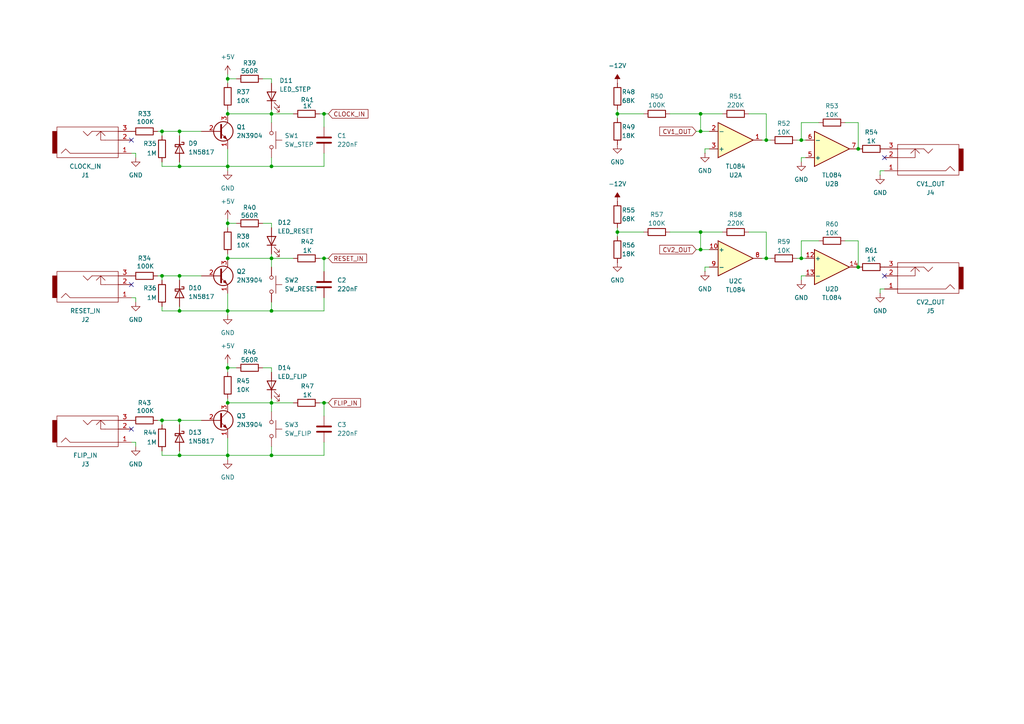
<source format=kicad_sch>
(kicad_sch (version 20231120) (generator "eeschema") (generator_version "8.0")
  (paper "A4")
  (lib_symbols
    (symbol "Amplifier_Operational:TL084" (pin_names (offset 0.127))
      (property "Reference" "U" (at 0 5.08 0))
      (property "Value" "TL084" (at 0 -5.08 0))
      (symbol "TL084_1_1"
        (polyline (pts (xy -5.08 5.08) (xy 5.08 0) (xy -5.08 -5.08) (xy -5.08 5.08)) (stroke (width 0.254)) (fill (type background)))
        (pin output line (at 7.62 0 180) (length 2.54) (name "~") (number "1"))
        (pin input line (at -7.62 -2.54 0) (length 2.54) (name "-") (number "2"))
        (pin input line (at -7.62 2.54 0) (length 2.54) (name "+") (number "3"))
      )
      (symbol "TL084_2_1"
        (polyline (pts (xy -5.08 5.08) (xy 5.08 0) (xy -5.08 -5.08) (xy -5.08 5.08)) (stroke (width 0.254)) (fill (type background)))
        (pin input line (at -7.62 2.54 0) (length 2.54) (name "+") (number "5"))
        (pin input line (at -7.62 -2.54 0) (length 2.54) (name "-") (number "6"))
        (pin output line (at 7.62 0 180) (length 2.54) (name "~") (number "7"))
      )
      (symbol "TL084_3_1"
        (polyline (pts (xy -5.08 5.08) (xy 5.08 0) (xy -5.08 -5.08) (xy -5.08 5.08)) (stroke (width 0.254)) (fill (type background)))
        (pin input line (at -7.62 2.54 0) (length 2.54) (name "+") (number "10"))
        (pin output line (at 7.62 0 180) (length 2.54) (name "~") (number "8"))
        (pin input line (at -7.62 -2.54 0) (length 2.54) (name "-") (number "9"))
      )
      (symbol "TL084_4_1"
        (polyline (pts (xy -5.08 5.08) (xy 5.08 0) (xy -5.08 -5.08) (xy -5.08 5.08)) (stroke (width 0.254)) (fill (type background)))
        (pin input line (at -7.62 2.54 0) (length 2.54) (name "+") (number "12"))
        (pin input line (at -7.62 -2.54 0) (length 2.54) (name "-") (number "13"))
        (pin output line (at 7.62 0 180) (length 2.54) (name "~") (number "14"))
      )
      (symbol "TL084_5_1"
        (pin power_in line (at -2.54 -7.62 90) (length 3.81) (name "V-") (number "11"))
        (pin power_in line (at -2.54 7.62 270) (length 3.81) (name "V+") (number "4"))
      )
    )
    (symbol "Device:C" (pin_numbers hide) (pin_names (offset 0.254))
      (property "Reference" "C" (at 0.635 2.54 0))
      (property "Value" "C" (at 0.635 -2.54 0))
      (symbol "C_0_1"
        (polyline (pts (xy -2.032 -0.762) (xy 2.032 -0.762)) (stroke (width 0.508)))
        (polyline (pts (xy -2.032 0.762) (xy 2.032 0.762)) (stroke (width 0.508)))
      )
      (symbol "C_1_1"
        (pin passive line (at 0 3.81 270) (length 2.794) (name "~") (number "1"))
        (pin passive line (at 0 -3.81 90) (length 2.794) (name "~") (number "2"))
      )
    )
    (symbol "Device:D_Schottky" (pin_numbers hide) (pin_names (offset 1.016) hide)
      (property "Reference" "D" (at 0 2.54 0))
      (property "Value" "D_Schottky" (at 0 -2.54 0))
      (symbol "D_Schottky_0_1"
        (polyline (pts (xy 1.27 0) (xy -1.27 0)))
        (polyline (pts (xy 1.27 1.27) (xy 1.27 -1.27) (xy -1.27 0) (xy 1.27 1.27)) (stroke (width 0.254)))
        (polyline (pts (xy -1.905 0.635) (xy -1.905 1.27) (xy -1.27 1.27) (xy -1.27 -1.27) (xy -0.635 -1.27) (xy -0.635 -0.635)) (stroke (width 0.254)))
      )
      (symbol "D_Schottky_1_1"
        (pin passive line (at -3.81 0 0) (length 2.54) (name "K") (number "1"))
        (pin passive line (at 3.81 0 180) (length 2.54) (name "A") (number "2"))
      )
    )
    (symbol "Device:LED" (pin_numbers hide) (pin_names (offset 1.016) hide)
      (property "Reference" "D" (at 0 2.54 0))
      (property "Value" "LED" (at 0 -2.54 0))
      (symbol "LED_0_1"
        (polyline (pts (xy -1.27 -1.27) (xy -1.27 1.27)) (stroke (width 0.254)))
        (polyline (pts (xy -1.27 0) (xy 1.27 0)))
        (polyline (pts (xy 1.27 -1.27) (xy 1.27 1.27) (xy -1.27 0) (xy 1.27 -1.27)) (stroke (width 0.254)))
        (polyline (pts (xy -3.048 -0.762) (xy -4.572 -2.286) (xy -3.81 -2.286) (xy -4.572 -2.286) (xy -4.572 -1.524)))
        (polyline (pts (xy -1.778 -0.762) (xy -3.302 -2.286) (xy -2.54 -2.286) (xy -3.302 -2.286) (xy -3.302 -1.524)))
      )
      (symbol "LED_1_1"
        (pin passive line (at -3.81 0 0) (length 2.54) (name "K") (number "1"))
        (pin passive line (at 3.81 0 180) (length 2.54) (name "A") (number "2"))
      )
    )
    (symbol "Device:R" (pin_numbers hide) (pin_names (offset 0))
      (property "Reference" "R" (at 2.032 0 90))
      (property "Value" "R" (at 0 0 90))
      (symbol "R_0_1"
        (rectangle (start -1.016 -2.54) (end 1.016 2.54) (stroke (width 0.254)))
      )
      (symbol "R_1_1"
        (pin passive line (at 0 3.81 270) (length 1.27) (name "~") (number "1"))
        (pin passive line (at 0 -3.81 90) (length 1.27) (name "~") (number "2"))
      )
    )
    (symbol "Switch:SW_Push" (pin_numbers hide) (pin_names (offset 1.016) hide)
      (property "Reference" "SW" (at 1.27 2.54 0))
      (property "Value" "SW_Push" (at 0 -1.524 0))
      (symbol "SW_Push_0_1"
        (circle (center -2.032 0) (radius 0.508))
        (polyline (pts (xy 0 1.27) (xy 0 3.048)))
        (polyline (pts (xy 2.54 1.27) (xy -2.54 1.27)))
        (circle (center 2.032 0) (radius 0.508))
        (pin passive line (at -5.08 0 0) (length 2.54) (name "1") (number "1"))
        (pin passive line (at 5.08 0 180) (length 2.54) (name "2") (number "2"))
      )
    )
    (symbol "Transistor_BJT:2N3904" (pin_names (offset 0) hide)
      (property "Reference" "Q" (at 5.08 1.905 0))
      (property "Value" "2N3904" (at 5.08 0 0))
      (symbol "2N3904_0_1"
        (polyline (pts (xy 0.635 0.635) (xy 2.54 2.54)))
        (polyline (pts (xy 0.635 -0.635) (xy 2.54 -2.54) (xy 2.54 -2.54)))
        (polyline (pts (xy 0.635 1.905) (xy 0.635 -1.905) (xy 0.635 -1.905)) (stroke (width 0.508)))
        (polyline (pts (xy 1.27 -1.778) (xy 1.778 -1.27) (xy 2.286 -2.286) (xy 1.27 -1.778) (xy 1.27 -1.778)) (fill (type outline)))
        (circle (center 1.27 0) (radius 2.8194) (stroke (width 0.254)))
      )
      (symbol "2N3904_1_1"
        (pin passive line (at 2.54 -5.08 90) (length 2.54) (name "E") (number "1"))
        (pin passive line (at -5.08 0 0) (length 5.715) (name "B") (number "2"))
        (pin passive line (at 2.54 5.08 270) (length 2.54) (name "C") (number "3"))
      )
    )
    (symbol "eurocad:PJ301M-12" (pin_names (offset 1.016))
      (property "Reference" "J" (at -8.89 -5.08 0))
      (property "Value" "PJ301M-12" (at -3.81 6.35 0))
      (symbol "PJ301M-12_0_1"
        (rectangle (start -11.43 3.81) (end -10.16 -2.54) (fill (type outline)))
        (polyline (pts (xy 3.81 0) (xy 7.62 0) (xy 7.62 0)))
        (polyline (pts (xy 0 -2.54) (xy -1.27 -1.27) (xy -2.54 -2.54) (xy -2.54 -2.54)))
        (polyline (pts (xy 0 -2.54) (xy 7.62 -2.54) (xy 7.62 -2.54) (xy 7.62 -2.54)))
        (polyline (pts (xy 1.27 -1.27) (xy 2.54 -2.54) (xy 3.81 -1.27) (xy 3.81 -1.27)))
        (polyline (pts (xy 3.81 0) (xy 2.54 0) (xy 2.54 -2.54) (xy 2.54 -2.54)))
        (polyline (pts (xy 7.62 3.81) (xy -6.35 3.81) (xy -7.62 2.54) (xy -8.89 3.81) (xy -8.89 3.81)))
        (rectangle (start 7.62 -3.81) (end -10.16 5.08))
      )
      (symbol "PJ301M-12_1_1"
        (pin passive line (at 11.43 3.81 180) (length 3.81) (name "~") (number "1"))
        (pin passive line (at 11.43 0 180) (length 3.81) (name "~") (number "2"))
        (pin passive line (at 11.43 -2.54 180) (length 3.81) (name "~") (number "3"))
      )
    )
    (symbol "power:+5V" (power) (pin_numbers hide) (pin_names (offset 0) hide)
      (property "Value" "+5V" (at 0 3.556 0))
      (symbol "+5V_0_1"
        (polyline (pts (xy -0.762 1.27) (xy 0 2.54)))
        (polyline (pts (xy 0 0) (xy 0 2.54)))
        (polyline (pts (xy 0 2.54) (xy 0.762 1.27)))
      )
      (symbol "+5V_1_1"
        (pin power_in line (at 0 0 90) (length 0) (name "~") (number "1"))
      )
    )
    (symbol "power:-12V" (power) (pin_numbers hide) (pin_names (offset 0) hide)
      (property "Value" "-12V" (at 0 3.556 0))
      (symbol "-12V_0_0"
        (pin power_in line (at 0 0 90) (length 0) (name "~") (number "1"))
      )
      (symbol "-12V_0_1"
        (polyline (pts (xy 0 0) (xy 0 1.27) (xy 0.762 1.27) (xy 0 2.54) (xy -0.762 1.27) (xy 0 1.27)) (fill (type outline)))
      )
    )
    (symbol "power:GND" (power) (pin_numbers hide) (pin_names (offset 0) hide)
      (property "Value" "GND" (at 0 -3.81 0))
      (symbol "GND_0_1"
        (polyline (pts (xy 0 0) (xy 0 -1.27) (xy 1.27 -1.27) (xy 0 -2.54) (xy -1.27 -1.27) (xy 0 -1.27)))
      )
      (symbol "GND_1_1"
        (pin power_in line (at 0 0 270) (length 0) (name "~") (number "1"))
      )
    )
  )
  (junction (at 78.74 116.84))
  (junction (at 66.04 132.08))
  (junction (at 52.07 132.08))
  (junction (at 232.41 40.64))
  (junction (at 66.04 106.68))
  (junction (at 203.2 72.39))
  (junction (at 66.04 64.77))
  (junction (at 93.98 116.84))
  (junction (at 52.07 80.01))
  (junction (at 222.25 74.93))
  (junction (at 52.07 90.17))
  (junction (at 66.04 90.17))
  (junction (at 78.74 74.93))
  (junction (at 66.04 74.93))
  (junction (at 203.2 67.31))
  (junction (at 93.98 33.02))
  (junction (at 66.04 48.26))
  (junction (at 179.07 67.31))
  (junction (at 66.04 22.86))
  (junction (at 222.25 40.64))
  (junction (at 46.99 38.1))
  (junction (at 78.74 48.26))
  (junction (at 203.2 33.02))
  (junction (at 78.74 90.17))
  (junction (at 52.07 38.1))
  (junction (at 78.74 33.02))
  (junction (at 179.07 33.02))
  (junction (at 93.98 74.93))
  (junction (at 46.99 121.92))
  (junction (at 248.92 77.47))
  (junction (at 78.74 132.08))
  (junction (at 66.04 116.84))
  (junction (at 248.92 43.18))
  (junction (at 46.99 80.01))
  (junction (at 232.41 74.93))
  (junction (at 66.04 33.02))
  (junction (at 52.07 48.26))
  (junction (at 52.07 121.92))
  (junction (at 203.2 38.1))
  (no_connect (at 38.1 40.64))
  (no_connect (at 38.1 124.46))
  (no_connect (at 256.54 80.01))
  (no_connect (at 38.1 82.55))
  (no_connect (at 256.54 45.72))
  (wire (pts (xy 46.99 38.1) (xy 46.99 39.37)))
  (wire (pts (xy 66.04 90.17) (xy 66.04 91.44)))
  (wire (pts (xy 93.98 33.02) (xy 95.25 33.02)))
  (wire (pts (xy 66.04 132.08) (xy 66.04 133.35)))
  (wire (pts (xy 78.74 31.75) (xy 78.74 33.02)))
  (wire (pts (xy 232.41 69.85) (xy 237.49 69.85)))
  (wire (pts (xy 66.04 43.18) (xy 66.04 48.26)))
  (wire (pts (xy 93.98 44.45) (xy 93.98 48.26)))
  (wire (pts (xy 222.25 74.93) (xy 223.52 74.93)))
  (wire (pts (xy 46.99 90.17) (xy 52.07 90.17)))
  (wire (pts (xy 66.04 127) (xy 66.04 132.08)))
  (wire (pts (xy 66.04 31.75) (xy 66.04 33.02)))
  (wire (pts (xy 78.74 48.26) (xy 66.04 48.26)))
  (wire (pts (xy 66.04 64.77) (xy 68.58 64.77)))
  (wire (pts (xy 46.99 80.01) (xy 46.99 81.28)))
  (wire (pts (xy 46.99 132.08) (xy 52.07 132.08)))
  (wire (pts (xy 66.04 48.26) (xy 66.04 49.53)))
  (wire (pts (xy 245.11 69.85) (xy 248.92 69.85)))
  (wire (pts (xy 46.99 88.9) (xy 46.99 90.17)))
  (wire (pts (xy 232.41 45.72) (xy 232.41 46.99)))
  (wire (pts (xy 39.37 86.36) (xy 39.37 87.63)))
  (wire (pts (xy 179.07 67.31) (xy 186.69 67.31)))
  (wire (pts (xy 52.07 38.1) (xy 52.07 39.37)))
  (wire (pts (xy 93.98 33.02) (xy 93.98 36.83)))
  (wire (pts (xy 66.04 106.68) (xy 66.04 107.95)))
  (wire (pts (xy 93.98 116.84) (xy 93.98 120.65)))
  (wire (pts (xy 66.04 33.02) (xy 78.74 33.02)))
  (wire (pts (xy 93.98 74.93) (xy 95.25 74.93)))
  (wire (pts (xy 93.98 128.27) (xy 93.98 132.08)))
  (wire (pts (xy 179.07 33.02) (xy 179.07 34.29)))
  (wire (pts (xy 255.27 49.53) (xy 255.27 50.8)))
  (wire (pts (xy 66.04 74.93) (xy 78.74 74.93)))
  (wire (pts (xy 203.2 38.1) (xy 205.74 38.1)))
  (wire (pts (xy 92.71 33.02) (xy 93.98 33.02)))
  (wire (pts (xy 45.72 80.01) (xy 46.99 80.01)))
  (wire (pts (xy 255.27 83.82) (xy 255.27 85.09)))
  (wire (pts (xy 203.2 72.39) (xy 203.2 67.31)))
  (wire (pts (xy 66.04 21.59) (xy 66.04 22.86)))
  (wire (pts (xy 248.92 35.56) (xy 248.92 43.18)))
  (wire (pts (xy 52.07 80.01) (xy 58.42 80.01)))
  (wire (pts (xy 232.41 80.01) (xy 232.41 81.28)))
  (wire (pts (xy 232.41 35.56) (xy 237.49 35.56)))
  (wire (pts (xy 204.47 77.47) (xy 204.47 78.74)))
  (wire (pts (xy 66.04 106.68) (xy 68.58 106.68)))
  (wire (pts (xy 52.07 130.81) (xy 52.07 132.08)))
  (wire (pts (xy 78.74 45.72) (xy 78.74 48.26)))
  (wire (pts (xy 205.74 77.47) (xy 204.47 77.47)))
  (wire (pts (xy 233.68 80.01) (xy 232.41 80.01)))
  (wire (pts (xy 39.37 128.27) (xy 39.37 129.54)))
  (wire (pts (xy 52.07 88.9) (xy 52.07 90.17)))
  (wire (pts (xy 232.41 74.93) (xy 232.41 69.85)))
  (wire (pts (xy 78.74 116.84) (xy 85.09 116.84)))
  (wire (pts (xy 78.74 115.57) (xy 78.74 116.84)))
  (wire (pts (xy 222.25 40.64) (xy 223.52 40.64)))
  (wire (pts (xy 232.41 40.64) (xy 233.68 40.64)))
  (wire (pts (xy 78.74 73.66) (xy 78.74 74.93)))
  (wire (pts (xy 179.07 31.75) (xy 179.07 33.02)))
  (wire (pts (xy 203.2 72.39) (xy 205.74 72.39)))
  (wire (pts (xy 78.74 129.54) (xy 78.74 132.08)))
  (wire (pts (xy 179.07 66.04) (xy 179.07 67.31)))
  (wire (pts (xy 78.74 22.86) (xy 78.74 24.13)))
  (wire (pts (xy 256.54 49.53) (xy 255.27 49.53)))
  (wire (pts (xy 66.04 85.09) (xy 66.04 90.17)))
  (wire (pts (xy 52.07 121.92) (xy 58.42 121.92)))
  (wire (pts (xy 232.41 74.93) (xy 233.68 74.93)))
  (wire (pts (xy 66.04 73.66) (xy 66.04 74.93)))
  (wire (pts (xy 233.68 45.72) (xy 232.41 45.72)))
  (wire (pts (xy 78.74 33.02) (xy 78.74 35.56)))
  (wire (pts (xy 248.92 69.85) (xy 248.92 77.47)))
  (wire (pts (xy 52.07 121.92) (xy 52.07 123.19)))
  (wire (pts (xy 194.31 67.31) (xy 203.2 67.31)))
  (wire (pts (xy 66.04 115.57) (xy 66.04 116.84)))
  (wire (pts (xy 46.99 121.92) (xy 46.99 123.19)))
  (wire (pts (xy 45.72 38.1) (xy 46.99 38.1)))
  (wire (pts (xy 78.74 33.02) (xy 85.09 33.02)))
  (wire (pts (xy 93.98 132.08) (xy 78.74 132.08)))
  (wire (pts (xy 179.07 33.02) (xy 186.69 33.02)))
  (wire (pts (xy 92.71 74.93) (xy 93.98 74.93)))
  (wire (pts (xy 46.99 130.81) (xy 46.99 132.08)))
  (wire (pts (xy 78.74 87.63) (xy 78.74 90.17)))
  (wire (pts (xy 52.07 48.26) (xy 66.04 48.26)))
  (wire (pts (xy 78.74 116.84) (xy 78.74 119.38)))
  (wire (pts (xy 46.99 121.92) (xy 52.07 121.92)))
  (wire (pts (xy 93.98 116.84) (xy 95.25 116.84)))
  (wire (pts (xy 46.99 38.1) (xy 52.07 38.1)))
  (wire (pts (xy 203.2 33.02) (xy 209.55 33.02)))
  (wire (pts (xy 93.98 90.17) (xy 78.74 90.17)))
  (wire (pts (xy 93.98 86.36) (xy 93.98 90.17)))
  (wire (pts (xy 46.99 46.99) (xy 46.99 48.26)))
  (wire (pts (xy 66.04 64.77) (xy 66.04 66.04)))
  (wire (pts (xy 38.1 44.45) (xy 39.37 44.45)))
  (wire (pts (xy 256.54 83.82) (xy 255.27 83.82)))
  (wire (pts (xy 179.07 67.31) (xy 179.07 68.58)))
  (wire (pts (xy 217.17 33.02) (xy 222.25 33.02)))
  (wire (pts (xy 203.2 38.1) (xy 203.2 33.02)))
  (wire (pts (xy 78.74 64.77) (xy 78.74 66.04)))
  (wire (pts (xy 205.74 43.18) (xy 204.47 43.18)))
  (wire (pts (xy 222.25 33.02) (xy 222.25 40.64)))
  (wire (pts (xy 217.17 67.31) (xy 222.25 67.31)))
  (wire (pts (xy 46.99 80.01) (xy 52.07 80.01)))
  (wire (pts (xy 203.2 67.31) (xy 209.55 67.31)))
  (wire (pts (xy 92.71 116.84) (xy 93.98 116.84)))
  (wire (pts (xy 78.74 74.93) (xy 85.09 74.93)))
  (wire (pts (xy 201.93 38.1) (xy 203.2 38.1)))
  (wire (pts (xy 38.1 128.27) (xy 39.37 128.27)))
  (wire (pts (xy 52.07 132.08) (xy 66.04 132.08)))
  (wire (pts (xy 52.07 46.99) (xy 52.07 48.26)))
  (wire (pts (xy 222.25 67.31) (xy 222.25 74.93)))
  (wire (pts (xy 76.2 106.68) (xy 78.74 106.68)))
  (wire (pts (xy 231.14 74.93) (xy 232.41 74.93)))
  (wire (pts (xy 222.25 40.64) (xy 220.98 40.64)))
  (wire (pts (xy 78.74 74.93) (xy 78.74 77.47)))
  (wire (pts (xy 204.47 43.18) (xy 204.47 44.45)))
  (wire (pts (xy 66.04 22.86) (xy 66.04 24.13)))
  (wire (pts (xy 78.74 106.68) (xy 78.74 107.95)))
  (wire (pts (xy 46.99 48.26) (xy 52.07 48.26)))
  (wire (pts (xy 66.04 116.84) (xy 78.74 116.84)))
  (wire (pts (xy 231.14 40.64) (xy 232.41 40.64)))
  (wire (pts (xy 66.04 63.5) (xy 66.04 64.77)))
  (wire (pts (xy 93.98 48.26) (xy 78.74 48.26)))
  (wire (pts (xy 194.31 33.02) (xy 203.2 33.02)))
  (wire (pts (xy 201.93 72.39) (xy 203.2 72.39)))
  (wire (pts (xy 78.74 90.17) (xy 66.04 90.17)))
  (wire (pts (xy 52.07 38.1) (xy 58.42 38.1)))
  (wire (pts (xy 78.74 132.08) (xy 66.04 132.08)))
  (wire (pts (xy 39.37 44.45) (xy 39.37 45.72)))
  (wire (pts (xy 76.2 22.86) (xy 78.74 22.86)))
  (wire (pts (xy 232.41 40.64) (xy 232.41 35.56)))
  (wire (pts (xy 76.2 64.77) (xy 78.74 64.77)))
  (wire (pts (xy 66.04 22.86) (xy 68.58 22.86)))
  (wire (pts (xy 93.98 74.93) (xy 93.98 78.74)))
  (wire (pts (xy 52.07 90.17) (xy 66.04 90.17)))
  (wire (pts (xy 45.72 121.92) (xy 46.99 121.92)))
  (wire (pts (xy 245.11 35.56) (xy 248.92 35.56)))
  (wire (pts (xy 222.25 74.93) (xy 220.98 74.93)))
  (wire (pts (xy 52.07 80.01) (xy 52.07 81.28)))
  (wire (pts (xy 38.1 86.36) (xy 39.37 86.36)))
  (wire (pts (xy 66.04 105.41) (xy 66.04 106.68)))
  (global_label "CLOCK_IN" (shape input) (at 95.25 33.02 0) (property "Intersheetrefs" "${INTERSHEET_REFS}" (effects (hide yes))))
  (global_label "FLIP_IN" (shape input) (at 95.25 116.84 0) (property "Intersheetrefs" "${INTERSHEET_REFS}" (effects (hide yes))))
  (global_label "CV1_OUT" (shape input) (at 201.93 38.1 180) (property "Intersheetrefs" "${INTERSHEET_REFS}" (effects (hide yes))))
  (global_label "RESET_IN" (shape input) (at 95.25 74.93 0) (property "Intersheetrefs" "${INTERSHEET_REFS}" (effects (hide yes))))
  (global_label "CV2_OUT" (shape input) (at 201.93 72.39 180) (property "Intersheetrefs" "${INTERSHEET_REFS}" (effects (hide yes))))
  (symbol (lib_id "Transistor_BJT:2N3904") (at 63.5 38.1 0) (unit 1)
    (property "Reference" "Q1" (at 68.58 36.8299 0) (effects (justify left)))
    (property "Value" "2N3904" (at 68.58 39.3699 0) (effects (justify left)))
    (property "Footprint" "Package_TO_SOT_THT:TO-92_Inline" (effects (hide yes)))
    (property "Datasheet" "https://www.onsemi.com/pub/Collateral/2N3903-D.PDF" (effects (hide yes)))
    (property "Description" "0.2A Ic, 40V Vce, Small Signal NPN Transistor, TO-92" (effects (hide yes)))
  )
  (symbol (lib_id "Switch:SW_Push") (at 78.74 124.46 270) (unit 1)
    (property "Reference" "SW3" (at 82.55 123.1899 90) (effects (justify left)))
    (property "Value" "SW_FLIP" (at 82.55 125.7299 90) (effects (justify left)))
    (property "Footprint" "Button_Switch_THT:SW_PUSH_6mm" (effects (hide yes)))
    (property "Description" "Push button switch, generic, two pins" (effects (hide yes)))
  )
  (symbol (lib_id "Device:R") (at 66.04 27.94 0) (unit 1)
    (property "Reference" "R37" (at 68.58 26.6699 0) (effects (justify left)))
    (property "Value" "10K" (at 68.58 29.2099 0) (effects (justify left)))
    (property "Footprint" "Resistor_THT:R_Axial_DIN0207_L6.3mm_D2.5mm_P2.54mm_Vertical" (effects (hide yes)))
    (property "Description" "Resistor" (effects (hide yes)))
  )
  (symbol (lib_id "Device:R") (at 190.5 33.02 90) (unit 1)
    (property "Reference" "R50" (at 190.5 27.94 90))
    (property "Value" "100K" (at 190.5 30.48 90))
    (property "Footprint" "Resistor_THT:R_Axial_DIN0207_L6.3mm_D2.5mm_P2.54mm_Vertical" (effects (hide yes)))
    (property "Description" "Resistor" (effects (hide yes)))
  )
  (symbol (lib_id "power:GND") (at 39.37 129.54 0) (unit 1)
    (property "Reference" "#PWR037" (effects (hide yes)))
    (property "Value" "GND" (at 39.37 134.62 0))
    (property "Description" "Power symbol creates a global label with name \"GND\" , ground" (effects (hide yes)))
  )
  (symbol (lib_id "Device:R") (at 66.04 69.85 0) (unit 1)
    (property "Reference" "R38" (at 68.58 68.5799 0) (effects (justify left)))
    (property "Value" "10K" (at 68.58 71.1199 0) (effects (justify left)))
    (property "Footprint" "Resistor_THT:R_Axial_DIN0207_L6.3mm_D2.5mm_P2.54mm_Vertical" (effects (hide yes)))
    (property "Description" "Resistor" (effects (hide yes)))
  )
  (symbol (lib_id "Device:LED") (at 78.74 27.94 90) (unit 1)
    (property "Reference" "D11" (at 81.026 23.368 90) (effects (justify right)))
    (property "Value" "LED_STEP" (at 81.026 25.908 90) (effects (justify right)))
    (property "Footprint" "LED_THT:LED_D5.0mm_Clear" (effects (hide yes)))
    (property "Description" "Light emitting diode" (effects (hide yes)))
  )
  (symbol (lib_id "Device:LED") (at 78.74 69.85 90) (unit 1)
    (property "Reference" "D12" (at 80.518 64.516 90) (effects (justify right)))
    (property "Value" "LED_RESET" (at 80.518 67.056 90) (effects (justify right)))
    (property "Footprint" "LED_THT:LED_D5.0mm_Clear" (effects (hide yes)))
    (property "Description" "Light emitting diode" (effects (hide yes)))
  )
  (symbol (lib_id "Device:R") (at 46.99 85.09 0) (unit 1)
    (property "Reference" "R36" (at 45.466 83.566 0) (effects (justify right)))
    (property "Value" "1M" (at 45.466 86.36 0) (effects (justify right)))
    (property "Footprint" "Resistor_THT:R_Axial_DIN0207_L6.3mm_D2.5mm_P2.54mm_Vertical" (effects (hide yes)))
    (property "Description" "Resistor" (effects (hide yes)))
  )
  (symbol (lib_id "power:-12V") (at 179.07 24.13 0) (unit 1)
    (property "Reference" "#PWR040" (effects (hide yes)))
    (property "Value" "-12V" (at 179.07 19.05 0))
    (property "Description" "Power symbol creates a global label with name \"-12V\"" (effects (hide yes)))
  )
  (symbol (lib_id "power:GND") (at 204.47 44.45 0) (unit 1)
    (property "Reference" "#PWR042" (effects (hide yes)))
    (property "Value" "GND" (at 204.47 49.53 0))
    (property "Description" "Power symbol creates a global label with name \"GND\" , ground" (effects (hide yes)))
  )
  (symbol (lib_id "Amplifier_Operational:TL084") (at 213.36 40.64 0) (mirror x) (unit 1)
    (property "Reference" "U2" (at 213.36 50.8 0))
    (property "Value" "TL084" (at 213.36 48.26 0))
    (property "Footprint" "Package_DIP:DIP-14_W7.62mm_Socket" (effects (hide yes)))
    (property "Datasheet" "http://www.ti.com/lit/ds/symlink/tl081.pdf" (effects (hide yes)))
    (property "Description" "Quad JFET-Input Operational Amplifiers, DIP-14/SOIC-14/SSOP-14" (effects (hide yes)))
  )
  (symbol (lib_id "eurocad:PJ301M-12") (at 26.67 82.55 0) (mirror x) (unit 1)
    (property "Reference" "J2" (at 24.765 92.71 0))
    (property "Value" "RESET_IN" (at 24.765 90.17 0))
    (property "Footprint" "Eurocad:PJ301M-12" (effects (hide yes)))
  )
  (symbol (lib_id "power:GND") (at 255.27 85.09 0) (unit 1)
    (property "Reference" "#PWR049" (effects (hide yes)))
    (property "Value" "GND" (at 255.27 90.17 0))
    (property "Description" "Power symbol creates a global label with name \"GND\" , ground" (effects (hide yes)))
  )
  (symbol (lib_id "power:GND") (at 66.04 49.53 0) (unit 1)
    (property "Reference" "#PWR034" (effects (hide yes)))
    (property "Value" "GND" (at 66.04 54.61 0))
    (property "Description" "Power symbol creates a global label with name \"GND\" , ground" (effects (hide yes)))
  )
  (symbol (lib_id "power:+5V") (at 66.04 105.41 0) (unit 1)
    (property "Reference" "#PWR038" (effects (hide yes)))
    (property "Value" "+5V" (at 66.04 100.33 0))
    (property "Description" "Power symbol creates a global label with name \"+5V\"" (effects (hide yes)))
  )
  (symbol (lib_id "eurocad:PJ301M-12") (at 267.97 80.01 180) (unit 1)
    (property "Reference" "J5" (at 269.875 90.17 0))
    (property "Value" "CV2_OUT" (at 269.875 87.63 0))
    (property "Footprint" "Eurocad:PJ301M-12" (effects (hide yes)))
  )
  (symbol (lib_id "power:GND") (at 204.47 78.74 0) (unit 1)
    (property "Reference" "#PWR047" (effects (hide yes)))
    (property "Value" "GND" (at 204.47 83.82 0))
    (property "Description" "Power symbol creates a global label with name \"GND\" , ground" (effects (hide yes)))
  )
  (symbol (lib_id "Switch:SW_Push") (at 78.74 40.64 270) (unit 1)
    (property "Reference" "SW1" (at 82.55 39.3699 90) (effects (justify left)))
    (property "Value" "SW_STEP" (at 82.55 41.9099 90) (effects (justify left)))
    (property "Footprint" "Button_Switch_THT:SW_PUSH_6mm" (effects (hide yes)))
    (property "Description" "Push button switch, generic, two pins" (effects (hide yes)))
  )
  (symbol (lib_id "Device:R") (at 213.36 33.02 90) (unit 1)
    (property "Reference" "R51" (at 213.36 27.94 90))
    (property "Value" "220K" (at 213.36 30.48 90))
    (property "Footprint" "Resistor_THT:R_Axial_DIN0207_L6.3mm_D2.5mm_P2.54mm_Vertical" (effects (hide yes)))
    (property "Description" "Resistor" (effects (hide yes)))
  )
  (symbol (lib_id "Amplifier_Operational:TL084") (at 213.36 74.93 0) (unit 3)
    (property "Reference" "U2" (at 213.36 81.534 0))
    (property "Value" "TL084" (at 213.36 84.074 0))
    (property "Footprint" "Package_DIP:DIP-14_W7.62mm_Socket" (effects (hide yes)))
    (property "Datasheet" "http://www.ti.com/lit/ds/symlink/tl081.pdf" (effects (hide yes)))
    (property "Description" "Quad JFET-Input Operational Amplifiers, DIP-14/SOIC-14/SSOP-14" (effects (hide yes)))
  )
  (symbol (lib_id "power:GND") (at 39.37 87.63 0) (unit 1)
    (property "Reference" "#PWR024" (effects (hide yes)))
    (property "Value" "GND" (at 39.37 92.71 0))
    (property "Description" "Power symbol creates a global label with name \"GND\" , ground" (effects (hide yes)))
  )
  (symbol (lib_id "Device:R") (at 46.99 127 0) (unit 1)
    (property "Reference" "R44" (at 45.466 125.476 0) (effects (justify right)))
    (property "Value" "1M" (at 45.466 128.27 0) (effects (justify right)))
    (property "Footprint" "Resistor_THT:R_Axial_DIN0207_L6.3mm_D2.5mm_P2.54mm_Vertical" (effects (hide yes)))
    (property "Description" "Resistor" (effects (hide yes)))
  )
  (symbol (lib_id "eurocad:PJ301M-12") (at 26.67 124.46 0) (mirror x) (unit 1)
    (property "Reference" "J3" (at 24.765 134.62 0))
    (property "Value" "FLIP_IN" (at 24.765 132.08 0))
    (property "Footprint" "Eurocad:PJ301M-12" (effects (hide yes)))
  )
  (symbol (lib_id "Device:R") (at 88.9 74.93 270) (unit 1)
    (property "Reference" "R42" (at 89.154 70.104 90))
    (property "Value" "1K" (at 89.154 72.644 90))
    (property "Footprint" "Resistor_THT:R_Axial_DIN0207_L6.3mm_D2.5mm_P2.54mm_Vertical" (effects (hide yes)))
    (property "Description" "Resistor" (effects (hide yes)))
  )
  (symbol (lib_id "Switch:SW_Push") (at 78.74 82.55 270) (unit 1)
    (property "Reference" "SW2" (at 82.55 81.2799 90) (effects (justify left)))
    (property "Value" "SW_RESET" (at 82.55 83.8199 90) (effects (justify left)))
    (property "Footprint" "Button_Switch_THT:SW_PUSH_6mm" (effects (hide yes)))
    (property "Description" "Push button switch, generic, two pins" (effects (hide yes)))
  )
  (symbol (lib_id "Device:R") (at 179.07 27.94 0) (unit 1)
    (property "Reference" "R48" (at 180.34 26.67 0) (effects (justify left)))
    (property "Value" "68K" (at 180.34 29.21 0) (effects (justify left)))
    (property "Footprint" "Resistor_THT:R_Axial_DIN0207_L6.3mm_D2.5mm_P2.54mm_Vertical" (effects (hide yes)))
    (property "Description" "Resistor" (effects (hide yes)))
  )
  (symbol (lib_id "Device:R") (at 213.36 67.31 90) (unit 1)
    (property "Reference" "R58" (at 213.36 62.23 90))
    (property "Value" "220K" (at 213.36 64.77 90))
    (property "Footprint" "Resistor_THT:R_Axial_DIN0207_L6.3mm_D2.5mm_P2.54mm_Vertical" (effects (hide yes)))
    (property "Description" "Resistor" (effects (hide yes)))
  )
  (symbol (lib_id "Device:R") (at 88.9 116.84 270) (unit 1)
    (property "Reference" "R47" (at 89.154 112.014 90))
    (property "Value" "1K" (at 89.154 114.554 90))
    (property "Footprint" "Resistor_THT:R_Axial_DIN0207_L6.3mm_D2.5mm_P2.54mm_Vertical" (effects (hide yes)))
    (property "Description" "Resistor" (effects (hide yes)))
  )
  (symbol (lib_id "Device:R") (at 41.91 38.1 90) (unit 1)
    (property "Reference" "R33" (at 41.91 33.02 90))
    (property "Value" "100K" (at 42.164 35.306 90))
    (property "Footprint" "Resistor_THT:R_Axial_DIN0207_L6.3mm_D2.5mm_P2.54mm_Vertical" (effects (hide yes)))
    (property "Description" "Resistor" (effects (hide yes)))
  )
  (symbol (lib_id "Device:R") (at 190.5 67.31 90) (unit 1)
    (property "Reference" "R57" (at 190.5 62.23 90))
    (property "Value" "100K" (at 190.5 64.77 90))
    (property "Footprint" "Resistor_THT:R_Axial_DIN0207_L6.3mm_D2.5mm_P2.54mm_Vertical" (effects (hide yes)))
    (property "Description" "Resistor" (effects (hide yes)))
  )
  (symbol (lib_id "Device:D_Schottky") (at 52.07 85.09 270) (unit 1)
    (property "Reference" "D10" (at 54.61 83.5024 90) (effects (justify left)))
    (property "Value" "1N5817" (at 54.61 86.0424 90) (effects (justify left)))
    (property "Footprint" "Diode_THT:D_DO-41_SOD81_P3.81mm_Vertical_AnodeUp" (effects (hide yes)))
    (property "Description" "Schottky diode" (effects (hide yes)))
  )
  (symbol (lib_id "Device:R") (at 252.73 77.47 90) (unit 1)
    (property "Reference" "R61" (at 252.73 72.644 90))
    (property "Value" "1K" (at 252.73 75.184 90))
    (property "Footprint" "Resistor_THT:R_Axial_DIN0207_L6.3mm_D2.5mm_P2.54mm_Vertical" (effects (hide yes)))
    (property "Description" "Resistor" (effects (hide yes)))
  )
  (symbol (lib_id "power:GND") (at 179.07 41.91 0) (unit 1)
    (property "Reference" "#PWR041" (effects (hide yes)))
    (property "Value" "GND" (at 179.07 46.99 0))
    (property "Description" "Power symbol creates a global label with name \"GND\" , ground" (effects (hide yes)))
  )
  (symbol (lib_id "Device:R") (at 252.73 43.18 90) (unit 1)
    (property "Reference" "R54" (at 252.73 38.354 90))
    (property "Value" "1K" (at 252.73 40.894 90))
    (property "Footprint" "Resistor_THT:R_Axial_DIN0207_L6.3mm_D2.5mm_P2.54mm_Vertical" (effects (hide yes)))
    (property "Description" "Resistor" (effects (hide yes)))
  )
  (symbol (lib_id "eurocad:PJ301M-12") (at 26.67 40.64 0) (mirror x) (unit 1)
    (property "Reference" "J1" (at 24.765 50.8 0))
    (property "Value" "CLOCK_IN" (at 24.765 48.26 0))
    (property "Footprint" "Eurocad:PJ301M-12" (effects (hide yes)))
  )
  (symbol (lib_id "Device:D_Schottky") (at 52.07 43.18 270) (unit 1)
    (property "Reference" "D9" (at 54.61 41.5924 90) (effects (justify left)))
    (property "Value" "1N5817" (at 54.61 44.1324 90) (effects (justify left)))
    (property "Footprint" "Diode_THT:D_DO-41_SOD81_P3.81mm_Vertical_AnodeUp" (effects (hide yes)))
    (property "Description" "Schottky diode" (effects (hide yes)))
  )
  (symbol (lib_id "Device:R") (at 227.33 74.93 90) (unit 1)
    (property "Reference" "R59" (at 227.33 70.104 90))
    (property "Value" "10K" (at 227.33 72.644 90))
    (property "Footprint" "Resistor_THT:R_Axial_DIN0207_L6.3mm_D2.5mm_P2.54mm_Vertical" (effects (hide yes)))
    (property "Description" "Resistor" (effects (hide yes)))
  )
  (symbol (lib_id "power:+5V") (at 66.04 21.59 0) (unit 1)
    (property "Reference" "#PWR033" (effects (hide yes)))
    (property "Value" "+5V" (at 66.04 16.51 0))
    (property "Description" "Power symbol creates a global label with name \"+5V\"" (effects (hide yes)))
  )
  (symbol (lib_id "Device:R") (at 179.07 38.1 0) (unit 1)
    (property "Reference" "R49" (at 180.34 36.83 0) (effects (justify left)))
    (property "Value" "18K" (at 180.34 39.37 0) (effects (justify left)))
    (property "Footprint" "Resistor_THT:R_Axial_DIN0207_L6.3mm_D2.5mm_P2.54mm_Vertical" (effects (hide yes)))
    (property "Description" "Resistor" (effects (hide yes)))
  )
  (symbol (lib_id "power:GND") (at 179.07 76.2 0) (unit 1)
    (property "Reference" "#PWR046" (effects (hide yes)))
    (property "Value" "GND" (at 179.07 81.28 0))
    (property "Description" "Power symbol creates a global label with name \"GND\" , ground" (effects (hide yes)))
  )
  (symbol (lib_id "Transistor_BJT:2N3904") (at 63.5 121.92 0) (unit 1)
    (property "Reference" "Q3" (at 68.58 120.6499 0) (effects (justify left)))
    (property "Value" "2N3904" (at 68.58 123.1899 0) (effects (justify left)))
    (property "Footprint" "Package_TO_SOT_THT:TO-92_Inline" (effects (hide yes)))
    (property "Datasheet" "https://www.onsemi.com/pub/Collateral/2N3903-D.PDF" (effects (hide yes)))
    (property "Description" "0.2A Ic, 40V Vce, Small Signal NPN Transistor, TO-92" (effects (hide yes)))
  )
  (symbol (lib_id "Amplifier_Operational:TL084") (at 241.3 77.47 0) (unit 4)
    (property "Reference" "U2" (at 241.3 83.82 0))
    (property "Value" "TL084" (at 241.3 86.36 0))
    (property "Footprint" "Package_DIP:DIP-14_W7.62mm_Socket" (effects (hide yes)))
    (property "Datasheet" "http://www.ti.com/lit/ds/symlink/tl081.pdf" (effects (hide yes)))
    (property "Description" "Quad JFET-Input Operational Amplifiers, DIP-14/SOIC-14/SSOP-14" (effects (hide yes)))
  )
  (symbol (lib_id "Device:R") (at 72.39 106.68 90) (unit 1)
    (property "Reference" "R46" (at 72.39 102.108 90))
    (property "Value" "560R" (at 72.39 104.394 90))
    (property "Footprint" "Resistor_THT:R_Axial_DIN0207_L6.3mm_D2.5mm_P2.54mm_Vertical" (effects (hide yes)))
    (property "Description" "Resistor" (effects (hide yes)))
  )
  (symbol (lib_id "Device:R") (at 179.07 62.23 0) (unit 1)
    (property "Reference" "R55" (at 180.34 60.96 0) (effects (justify left)))
    (property "Value" "68K" (at 180.34 63.5 0) (effects (justify left)))
    (property "Footprint" "Resistor_THT:R_Axial_DIN0207_L6.3mm_D2.5mm_P2.54mm_Vertical" (effects (hide yes)))
    (property "Description" "Resistor" (effects (hide yes)))
  )
  (symbol (lib_id "Transistor_BJT:2N3904") (at 63.5 80.01 0) (unit 1)
    (property "Reference" "Q2" (at 68.58 78.7399 0) (effects (justify left)))
    (property "Value" "2N3904" (at 68.58 81.2799 0) (effects (justify left)))
    (property "Footprint" "Package_TO_SOT_THT:TO-92_Inline" (effects (hide yes)))
    (property "Datasheet" "https://www.onsemi.com/pub/Collateral/2N3903-D.PDF" (effects (hide yes)))
    (property "Description" "0.2A Ic, 40V Vce, Small Signal NPN Transistor, TO-92" (effects (hide yes)))
  )
  (symbol (lib_id "Device:C") (at 93.98 82.55 0) (unit 1)
    (property "Reference" "C2" (at 97.79 81.2799 0) (effects (justify left)))
    (property "Value" "220nF" (at 97.79 83.8199 0) (effects (justify left)))
    (property "Footprint" "Capacitor_THT:C_Disc_D4.7mm_W2.5mm_P5.00mm" (effects (hide yes)))
    (property "Description" "Unpolarized capacitor" (effects (hide yes)))
  )
  (symbol (lib_id "Device:R") (at 88.9 33.02 270) (unit 1)
    (property "Reference" "R41" (at 89.154 28.956 90))
    (property "Value" "1K" (at 89.154 30.734 90))
    (property "Footprint" "Resistor_THT:R_Axial_DIN0207_L6.3mm_D2.5mm_P2.54mm_Vertical" (effects (hide yes)))
    (property "Description" "Resistor" (effects (hide yes)))
  )
  (symbol (lib_id "power:GND") (at 66.04 133.35 0) (unit 1)
    (property "Reference" "#PWR039" (effects (hide yes)))
    (property "Value" "GND" (at 66.04 138.43 0))
    (property "Description" "Power symbol creates a global label with name \"GND\" , ground" (effects (hide yes)))
  )
  (symbol (lib_id "power:-12V") (at 179.07 58.42 0) (unit 1)
    (property "Reference" "#PWR045" (effects (hide yes)))
    (property "Value" "-12V" (at 179.07 53.34 0))
    (property "Description" "Power symbol creates a global label with name \"-12V\"" (effects (hide yes)))
  )
  (symbol (lib_id "Device:R") (at 41.91 80.01 90) (unit 1)
    (property "Reference" "R34" (at 41.91 74.93 90))
    (property "Value" "100K" (at 42.164 77.216 90))
    (property "Footprint" "Resistor_THT:R_Axial_DIN0207_L6.3mm_D2.5mm_P2.54mm_Vertical" (effects (hide yes)))
    (property "Description" "Resistor" (effects (hide yes)))
  )
  (symbol (lib_id "power:+5V") (at 66.04 63.5 0) (unit 1)
    (property "Reference" "#PWR035" (effects (hide yes)))
    (property "Value" "+5V" (at 66.04 58.42 0))
    (property "Description" "Power symbol creates a global label with name \"+5V\"" (effects (hide yes)))
  )
  (symbol (lib_id "Device:LED") (at 78.74 111.76 90) (unit 1)
    (property "Reference" "D14" (at 80.518 106.68 90) (effects (justify right)))
    (property "Value" "LED_FLIP" (at 80.518 109.22 90) (effects (justify right)))
    (property "Footprint" "LED_THT:LED_D5.0mm_Clear" (effects (hide yes)))
    (property "Description" "Light emitting diode" (effects (hide yes)))
  )
  (symbol (lib_id "Device:C") (at 93.98 40.64 0) (unit 1)
    (property "Reference" "C1" (at 97.79 39.3699 0) (effects (justify left)))
    (property "Value" "220nF" (at 97.79 41.9099 0) (effects (justify left)))
    (property "Footprint" "Capacitor_THT:C_Disc_D4.7mm_W2.5mm_P5.00mm" (effects (hide yes)))
    (property "Description" "Unpolarized capacitor" (effects (hide yes)))
  )
  (symbol (lib_id "power:GND") (at 255.27 50.8 0) (unit 1)
    (property "Reference" "#PWR044" (effects (hide yes)))
    (property "Value" "GND" (at 255.27 55.88 0))
    (property "Description" "Power symbol creates a global label with name \"GND\" , ground" (effects (hide yes)))
  )
  (symbol (lib_id "Device:R") (at 227.33 40.64 90) (unit 1)
    (property "Reference" "R52" (at 227.33 35.814 90))
    (property "Value" "10K" (at 227.33 38.354 90))
    (property "Footprint" "Resistor_THT:R_Axial_DIN0207_L6.3mm_D2.5mm_P2.54mm_Vertical" (effects (hide yes)))
    (property "Description" "Resistor" (effects (hide yes)))
  )
  (symbol (lib_id "power:GND") (at 39.37 45.72 0) (unit 1)
    (property "Reference" "#PWR015" (effects (hide yes)))
    (property "Value" "GND" (at 39.37 50.8 0))
    (property "Description" "Power symbol creates a global label with name \"GND\" , ground" (effects (hide yes)))
  )
  (symbol (lib_id "Device:R") (at 241.3 35.56 90) (unit 1)
    (property "Reference" "R53" (at 241.3 30.734 90))
    (property "Value" "10K" (at 241.3 33.274 90))
    (property "Footprint" "Resistor_THT:R_Axial_DIN0207_L6.3mm_D2.5mm_P2.54mm_Vertical" (effects (hide yes)))
    (property "Description" "Resistor" (effects (hide yes)))
  )
  (symbol (lib_id "power:GND") (at 66.04 91.44 0) (unit 1)
    (property "Reference" "#PWR036" (effects (hide yes)))
    (property "Value" "GND" (at 66.04 96.52 0))
    (property "Description" "Power symbol creates a global label with name \"GND\" , ground" (effects (hide yes)))
  )
  (symbol (lib_id "Device:R") (at 72.39 22.86 90) (unit 1)
    (property "Reference" "R39" (at 72.39 18.288 90))
    (property "Value" "560R" (at 72.39 20.574 90))
    (property "Footprint" "Resistor_THT:R_Axial_DIN0207_L6.3mm_D2.5mm_P2.54mm_Vertical" (effects (hide yes)))
    (property "Description" "Resistor" (effects (hide yes)))
  )
  (symbol (lib_id "Device:C") (at 93.98 124.46 0) (unit 1)
    (property "Reference" "C3" (at 97.79 123.1899 0) (effects (justify left)))
    (property "Value" "220nF" (at 97.79 125.7299 0) (effects (justify left)))
    (property "Footprint" "Capacitor_THT:C_Disc_D4.7mm_W2.5mm_P5.00mm" (effects (hide yes)))
    (property "Description" "Unpolarized capacitor" (effects (hide yes)))
  )
  (symbol (lib_id "Amplifier_Operational:TL084") (at 241.3 43.18 0) (mirror x) (unit 2)
    (property "Reference" "U2" (at 241.3 53.34 0))
    (property "Value" "TL084" (at 241.3 50.8 0))
    (property "Footprint" "Package_DIP:DIP-14_W7.62mm_Socket" (effects (hide yes)))
    (property "Datasheet" "http://www.ti.com/lit/ds/symlink/tl081.pdf" (effects (hide yes)))
    (property "Description" "Quad JFET-Input Operational Amplifiers, DIP-14/SOIC-14/SSOP-14" (effects (hide yes)))
  )
  (symbol (lib_id "Device:D_Schottky") (at 52.07 127 270) (unit 1)
    (property "Reference" "D13" (at 54.61 125.4124 90) (effects (justify left)))
    (property "Value" "1N5817" (at 54.61 127.9524 90) (effects (justify left)))
    (property "Footprint" "Diode_THT:D_DO-41_SOD81_P3.81mm_Vertical_AnodeUp" (effects (hide yes)))
    (property "Description" "Schottky diode" (effects (hide yes)))
  )
  (symbol (lib_id "Device:R") (at 46.99 43.18 0) (unit 1)
    (property "Reference" "R35" (at 45.466 41.656 0) (effects (justify right)))
    (property "Value" "1M" (at 45.466 44.45 0) (effects (justify right)))
    (property "Footprint" "Resistor_THT:R_Axial_DIN0207_L6.3mm_D2.5mm_P2.54mm_Vertical" (effects (hide yes)))
    (property "Description" "Resistor" (effects (hide yes)))
  )
  (symbol (lib_id "Device:R") (at 241.3 69.85 90) (unit 1)
    (property "Reference" "R60" (at 241.3 65.024 90))
    (property "Value" "10K" (at 241.3 67.564 90))
    (property "Footprint" "Resistor_THT:R_Axial_DIN0207_L6.3mm_D2.5mm_P2.54mm_Vertical" (effects (hide yes)))
    (property "Description" "Resistor" (effects (hide yes)))
  )
  (symbol (lib_id "Device:R") (at 66.04 111.76 0) (unit 1)
    (property "Reference" "R45" (at 68.58 110.4899 0) (effects (justify left)))
    (property "Value" "10K" (at 68.58 113.0299 0) (effects (justify left)))
    (property "Footprint" "Resistor_THT:R_Axial_DIN0207_L6.3mm_D2.5mm_P2.54mm_Vertical" (effects (hide yes)))
    (property "Description" "Resistor" (effects (hide yes)))
  )
  (symbol (lib_id "eurocad:PJ301M-12") (at 267.97 45.72 180) (unit 1)
    (property "Reference" "J4" (at 269.875 55.88 0))
    (property "Value" "CV1_OUT" (at 269.875 53.34 0))
    (property "Footprint" "Eurocad:PJ301M-12" (effects (hide yes)))
  )
  (symbol (lib_id "Device:R") (at 72.39 64.77 90) (unit 1)
    (property "Reference" "R40" (at 72.39 60.198 90))
    (property "Value" "560R" (at 72.39 62.484 90))
    (property "Footprint" "Resistor_THT:R_Axial_DIN0207_L6.3mm_D2.5mm_P2.54mm_Vertical" (effects (hide yes)))
    (property "Description" "Resistor" (effects (hide yes)))
  )
  (symbol (lib_id "power:GND") (at 232.41 46.99 0) (unit 1)
    (property "Reference" "#PWR043" (effects (hide yes)))
    (property "Value" "GND" (at 232.41 52.07 0))
    (property "Description" "Power symbol creates a global label with name \"GND\" , ground" (effects (hide yes)))
  )
  (symbol (lib_id "Device:R") (at 179.07 72.39 0) (unit 1)
    (property "Reference" "R56" (at 180.34 71.12 0) (effects (justify left)))
    (property "Value" "18K" (at 180.34 73.66 0) (effects (justify left)))
    (property "Footprint" "Resistor_THT:R_Axial_DIN0207_L6.3mm_D2.5mm_P2.54mm_Vertical" (effects (hide yes)))
    (property "Description" "Resistor" (effects (hide yes)))
  )
  (symbol (lib_id "power:GND") (at 232.41 81.28 0) (unit 1)
    (property "Reference" "#PWR048" (effects (hide yes)))
    (property "Value" "GND" (at 232.41 86.36 0))
    (property "Description" "Power symbol creates a global label with name \"GND\" , ground" (effects (hide yes)))
  )
  (symbol (lib_id "Device:R") (at 41.91 121.92 90) (unit 1)
    (property "Reference" "R43" (at 41.91 116.84 90))
    (property "Value" "100K" (at 42.164 119.126 90))
    (property "Footprint" "Resistor_THT:R_Axial_DIN0207_L6.3mm_D2.5mm_P2.54mm_Vertical" (effects (hide yes)))
    (property "Description" "Resistor" (effects (hide yes)))
  )
)
</source>
